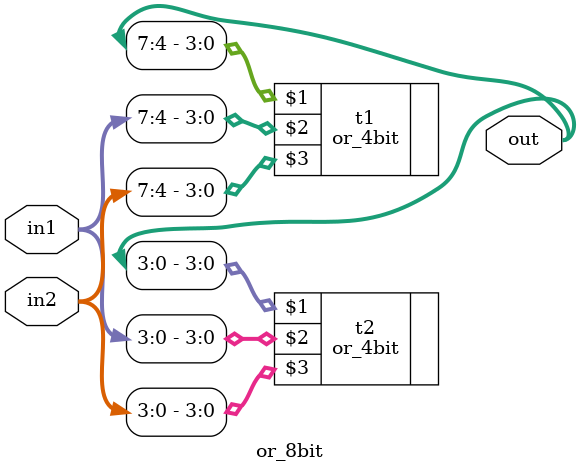
<source format=v>
module or_8bit(out,in1,in2);
input [7:0] in1, in2;
output [7:0] out;

or_4bit t1(out[7:4], in1[7:4], in2[7:4]);
or_4bit t2(out[3:0], in1[3:0], in2[3:0]);
			
endmodule
</source>
